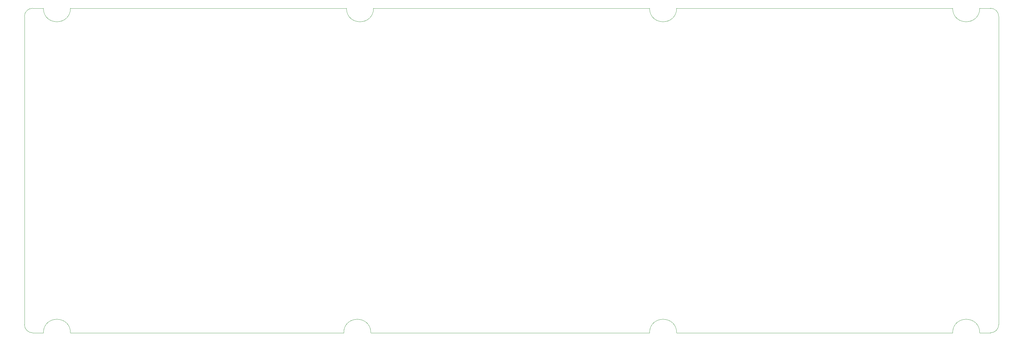
<source format=gbr>
G04 #@! TF.GenerationSoftware,KiCad,Pcbnew,(5.1.4)-1*
G04 #@! TF.CreationDate,2022-05-13T16:31:46-07:00*
G04 #@! TF.ProjectId,bakeneko60tho,62616b65-6e65-46b6-9f36-3074686f2e6b,rev?*
G04 #@! TF.SameCoordinates,Original*
G04 #@! TF.FileFunction,Profile,NP*
%FSLAX46Y46*%
G04 Gerber Fmt 4.6, Leading zero omitted, Abs format (unit mm)*
G04 Created by KiCad (PCBNEW (5.1.4)-1) date 2022-05-13 16:31:46*
%MOMM*%
%LPD*%
G04 APERTURE LIST*
%ADD10C,0.050000*%
G04 APERTURE END LIST*
D10*
X12700000Y-15081250D02*
X12700000Y-105568750D01*
X18256250Y-12700000D02*
X15081250Y-12700000D01*
X107156250Y-12700000D02*
X26193750Y-12700000D01*
X196056250Y-12700000D02*
X115093750Y-12700000D01*
X284956250Y-12700000D02*
X203993750Y-12700000D01*
X296068750Y-12700000D02*
X292893750Y-12700000D01*
X298450000Y-105568750D02*
X298450000Y-15081250D01*
X292893750Y-107950000D02*
X296068750Y-107950000D01*
X203993750Y-107950000D02*
X284956250Y-107950000D01*
X114300000Y-107950000D02*
X196056250Y-107950000D01*
X26193750Y-107950000D02*
X106362500Y-107950000D01*
X15081250Y-107950000D02*
X18256250Y-107950000D01*
X196056250Y-107950000D02*
G75*
G02X203993750Y-107950000I3968750J0D01*
G01*
X284956250Y-107950000D02*
G75*
G02X292893750Y-107950000I3968750J0D01*
G01*
X106362500Y-107950000D02*
G75*
G02X114300000Y-107950000I3968750J0D01*
G01*
X18256250Y-107950000D02*
G75*
G02X26193750Y-107950000I3968750J0D01*
G01*
X292893750Y-12700000D02*
G75*
G02X284956250Y-12700000I-3968750J0D01*
G01*
X203993750Y-12700000D02*
G75*
G02X196056250Y-12700000I-3968750J0D01*
G01*
X115093750Y-12700000D02*
G75*
G02X107156250Y-12700000I-3968750J0D01*
G01*
X26193750Y-12700000D02*
G75*
G02X18256250Y-12700000I-3968750J0D01*
G01*
X296068750Y-12700000D02*
G75*
G02X298450000Y-15081250I0J-2381250D01*
G01*
X298450000Y-105568750D02*
G75*
G02X296068750Y-107950000I-2381250J0D01*
G01*
X15081250Y-107950000D02*
G75*
G02X12700000Y-105568750I0J2381250D01*
G01*
X12700000Y-15081250D02*
G75*
G02X15081250Y-12700000I2381250J0D01*
G01*
M02*

</source>
